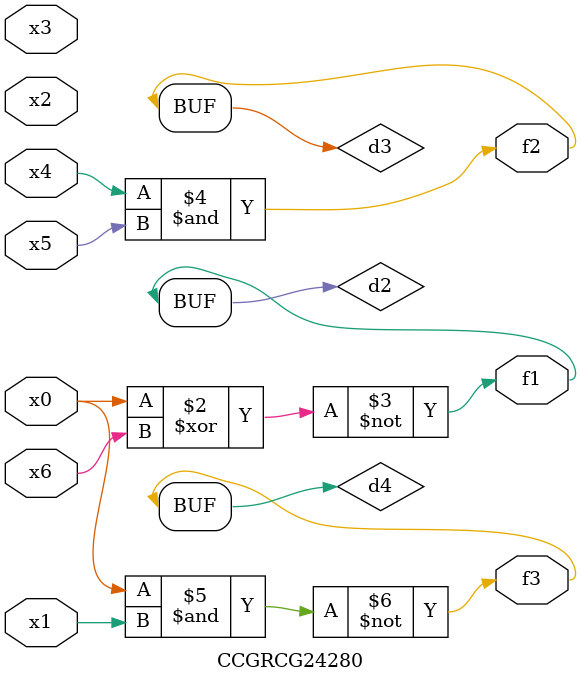
<source format=v>
module CCGRCG24280(
	input x0, x1, x2, x3, x4, x5, x6,
	output f1, f2, f3
);

	wire d1, d2, d3, d4;

	nor (d1, x0);
	xnor (d2, x0, x6);
	and (d3, x4, x5);
	nand (d4, x0, x1);
	assign f1 = d2;
	assign f2 = d3;
	assign f3 = d4;
endmodule

</source>
